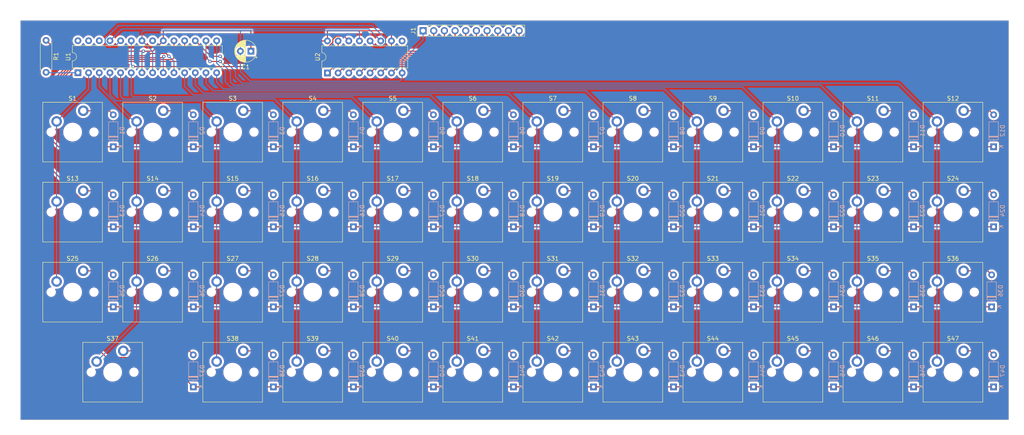
<source format=kicad_pcb>
(kicad_pcb (version 20221018) (generator pcbnew)
  (layers (0 "F.Cu" signal) (31 "B.Cu" signal) (34 "B.Paste" user) (35 "F.Paste" user) (36 "B.SilkS" user "B.Silkscreen") (37 "F.SilkS" user "F.Silkscreen") (38 "B.Mask" user) (39 "F.Mask" user) (44 "Edge.Cuts" user))
  (net 0 "")
  (net 1 "Row 1")
  (net 2 "Net-(D1-A)")
  (net 3 "Net-(D2-A)")
  (net 4 "Net-(D3-A)")
  (net 5 "Net-(D4-A)")
  (net 6 "Net-(D5-A)")
  (net 7 "Net-(D6-A)")
  (net 8 "Net-(D7-A)")
  (net 9 "Net-(D8-A)")
  (net 10 "Net-(D9-A)")
  (net 11 "Net-(D10-A)")
  (net 12 "Net-(D11-A)")
  (net 13 "Net-(D12-A)")
  (net 14 "Row 2")
  (net 15 "Net-(D13-A)")
  (net 16 "Net-(D14-A)")
  (net 17 "Net-(D15-A)")
  (net 18 "Net-(D16-A)")
  (net 19 "Net-(D17-A)")
  (net 20 "Net-(D18-A)")
  (net 21 "Net-(D19-A)")
  (net 22 "Net-(D20-A)")
  (net 23 "Net-(D21-A)")
  (net 24 "Net-(D22-A)")
  (net 25 "Net-(D23-A)")
  (net 26 "Net-(D24-A)")
  (net 27 "Row 3")
  (net 28 "Net-(D25-A)")
  (net 29 "Net-(D26-A)")
  (net 30 "Net-(D27-A)")
  (net 31 "Net-(D28-A)")
  (net 32 "Net-(D29-A)")
  (net 33 "Net-(D30-A)")
  (net 34 "Net-(D31-A)")
  (net 35 "Net-(D32-A)")
  (net 36 "Net-(D33-A)")
  (net 37 "Net-(D34-A)")
  (net 38 "Net-(D35-A)")
  (net 39 "Net-(D36-A)")
  (net 40 "Row 4")
  (net 41 "Net-(D37-A)")
  (net 42 "Net-(D38-A)")
  (net 43 "Net-(D39-A)")
  (net 44 "Net-(D40-A)")
  (net 45 "Net-(D41-A)")
  (net 46 "Net-(D42-A)")
  (net 47 "Net-(D43-A)")
  (net 48 "Net-(D44-A)")
  (net 49 "Net-(D45-A)")
  (net 50 "Net-(D46-A)")
  (net 51 "Net-(D47-A)")
  (net 52 "Column 1")
  (net 53 "Column 2")
  (net 54 "Column 3")
  (net 55 "Column 4")
  (net 56 "Column 5")
  (net 57 "Column 6")
  (net 58 "Column 7")
  (net 59 "Column 8")
  (net 60 "Column 9")
  (net 61 "Column 10")
  (net 62 "Column 11")
  (net 63 "Column 12")
  (net 64 "Vcc")
  (net 65 "gnd")
  (net 66 "Net-(J1-Pin_3)")
  (net 67 "Net-(J1-Pin_4)")
  (net 69 "Net-(J1-Pin_5)")
  (net 70 "Net-(J1-Pin_6)")
  (net 71 "Net-(J1-Pin_7)")
  (net 75 "Net-(J1-Pin_8)")
  (net 76 "Net-(J1-Pin_9)")
  (net 77 "Net-(J1-Pin_10)")
  (net 78 "Net-(U1-~{RESET}{slash}PC6)")
  (net 79 "Net-(U1-PC0)")
  (net 80 "Net-(U1-PC1)")
  (net 81 "Net-(U1-PC2)")
  (footprint "ScottoKeebs_MX:MX_PCB_1.00u" (layer "F.Cu") (at 101.365 89.38)
    (fp_text reference "S28")
    (fp_text value "Keyswitch")
  )
  (footprint "ScottoKeebs_MX:MX_PCB_1.00u" (layer "F.Cu") (at 158.515 70.33)
    (fp_text reference "S19")
    (fp_text value "Keyswitch")
  )
  (footprint "ScottoKeebs_MX:MX_PCB_1.00u" (layer "F.Cu") (at 253.765 51.28)
    (fp_text reference "S12")
    (fp_text value "Keyswitch")
  )
  (footprint "ScottoKeebs_MX:MX_PCB_1.00u" (layer "F.Cu") (at 82.315 89.38)
    (fp_text reference "S27")
    (fp_text value "Keyswitch")
  )
  (footprint "ScottoKeebs_MX:MX_PCB_1.00u" (layer "F.Cu") (at 234.715 89.38)
    (fp_text reference "S35")
    (fp_text value "Keyswitch")
  )
  (footprint "ScottoKeebs_MX:MX_PCB_1.00u" (layer "F.Cu") (at 215.665 51.28)
    (fp_text reference "S10")
    (fp_text value "Keyswitch")
  )
  (footprint "ScottoKeebs_MX:MX_PCB_1.00u" (layer "F.Cu") (at 234.715 51.28)
    (fp_text reference "S11")
    (fp_text value "Keyswitch")
  )
  (footprint "ScottoKeebs_MX:MX_PCB_1.00u" (layer "F.Cu") (at 101.365 108.43)
    (fp_text reference "S39")
    (fp_text value "Keyswitch")
  )
  (footprint "ScottoKeebs_MX:MX_PCB_1.00u" (layer "F.Cu") (at 101.365 70.33)
    (fp_text reference "S16")
    (fp_text value "Keyswitch")
  )
  (footprint "Capacitor_THT:CP_Radial_D5.0mm_P2.50mm" (layer "F.Cu") (at 86.655 32.025 180)
    (fp_text reference "C1")
    (fp_text value "C_Polarized_Small")
  )
  (footprint "Package_DIP:DIP-16_W7.62mm" (layer "F.Cu") (at 104.873751 37.2 90)
    (fp_text reference "U2")
    (fp_text value "74HC595")
  )
  (footprint "ScottoKeebs_MX:MX_PCB_1.00u" (layer "F.Cu") (at 234.715 108.43)
    (fp_text reference "S46")
    (fp_text value "Keyswitch")
  )
  (footprint "ScottoKeebs_MX:MX_PCB_1.00u" (layer "F.Cu") (at 101.365 51.28)
    (fp_text reference "S4")
    (fp_text value "Keyswitch")
  )
  (footprint "ScottoKeebs_MX:MX_PCB_1.00u" (layer "F.Cu") (at 215.665 70.33)
    (fp_text reference "S22")
    (fp_text value "Keyswitch")
  )
  (footprint "ScottoKeebs_MX:MX_PCB_1.00u" (layer "F.Cu") (at 120.415 51.28)
    (fp_text reference "S5")
    (fp_text value "Keyswitch")
  )
  (footprint "ScottoKeebs_MX:MX_PCB_1.00u" (layer "F.Cu") (at 82.315 51.28)
    (fp_text reference "S3")
    (fp_text value "Keyswitch")
  )
  (footprint "ScottoKeebs_MX:MX_PCB_1.00u" (layer "F.Cu") (at 139.465 51.28)
    (fp_text reference "S6")
    (fp_text value "Keyswitch")
  )
  (footprint "ScottoKeebs_MX:MX_PCB_1.00u" (layer "F.Cu") (at 196.615 70.33)
    (fp_text reference "S21")
    (fp_text value "Keyswitch")
  )
  (footprint "ScottoKeebs_MX:MX_PCB_1.00u" (layer "F.Cu") (at 44.215 70.33)
    (fp_text reference "S13")
    (fp_text value "Keyswitch")
  )
  (footprint "ScottoKeebs_MX:MX_PCB_1.00u" (layer "F.Cu") (at 196.615 89.38)
    (fp_text reference "S33")
    (fp_text value "Keyswitch")
  )
  (footprint "ScottoKeebs_MX:MX_PCB_1.00u" (layer "F.Cu") (at 196.615 51.28)
    (fp_text reference "S9")
    (fp_text value "Keyswitch")
  )
  (footprint "ScottoKeebs_MX:MX_PCB_1.00u" (layer "F.Cu") (at 177.565 70.33)
    (fp_text reference "S20")
    (fp_text value "Keyswitch")
  )
  (footprint "ScottoKeebs_MX:MX_PCB_1.00u" (layer "F.Cu") (at 44.215 89.38)
    (fp_text reference "S25")
    (fp_text value "Keyswitch")
  )
  (footprint "ScottoKeebs_MX:MX_PCB_1.00u" (layer "F.Cu") (at 158.515 108.43)
    (fp_text reference "S42")
    (fp_text value "Keyswitch")
  )
  (footprint "ScottoKeebs_MX:MX_PCB_1.00u" (layer "F.Cu") (at 253.765 108.43)
    (fp_text reference "S47")
    (fp_text value "Keyswitch")
  )
  (footprint "ScottoKeebs_MX:MX_PCB_1.00u" (layer "F.Cu") (at 63.265 89.38)
    (fp_text reference "S26")
    (fp_text value "Keyswitch")
  )
  (footprint "ScottoKeebs_MX:MX_PCB_1.00u" (layer "F.Cu") (at 177.565 108.43)
    (fp_text reference "S43")
    (fp_text value "Keyswitch")
  )
  (footprint "Package_DIP:DIP-28_W7.62mm" (layer "F.Cu") (at 45.485 37.15125 90)
    (fp_text reference "U1")
    (fp_text value "ATmega328P-P")
  )
  (footprint "ScottoKeebs_MX:MX_PCB_1.00u" (layer "F.Cu") (at 120.415 70.33)
    (fp_text reference "S17")
    (fp_text value "Keyswitch")
  )
  (footprint "ScottoKeebs_MX:MX_PCB_1.00u" (layer "F.Cu") (at 139.465 108.43)
    (fp_text reference "S41")
    (fp_text value "Keyswitch")
  )
  (footprint "Resistor_THT:R_Axial_DIN0207_L6.3mm_D2.5mm_P7.62mm_Horizontal" (layer "F.Cu") (at 37.905 29.43375 -90)
    (fp_text reference "R1")
    (fp_text value "Resistor")
  )
  (footprint "ScottoKeebs_MX:MX_PCB_1.00u" (layer "F.Cu") (at 177.565 51.28)
    (fp_text reference "S8")
    (fp_text value "Keyswitch")
  )
  (footprint "ScottoKeebs_MX:MX_PCB_1.00u" (layer "F.Cu") (at 158.515 51.28)
    (fp_text reference "S7")
    (fp_text value "Keyswitch")
  )
  (footprint "ScottoKeebs_MX:MX_PCB_1.00u" (layer "F.Cu") (at 215.665 108.43)
    (fp_text reference "S45")
    (fp_text value "Keyswitch")
  )
  (footprint "ScottoKeebs_MX:MX_PCB_1.00u" (layer "F.Cu") (at 234.715 70.33)
    (fp_text reference "S23")
    (fp_text value "Keyswitch")
  )
  (footprint "ScottoKeebs_MX:MX_PCB_1.00u" (layer "F.Cu") (at 158.515 89.38)
    (fp_text reference "S31")
    (fp_text value "Keyswitch")
  )
  (footprint "ScottoKeebs_MX:MX_PCB_2.00u" (layer "F.Cu") (at 53.74 108.43)
    (fp_text reference "S37")
    (fp_text value "Keyswitch")
  )
  (footprint "ScottoKeebs_MX:MX_PCB_1.00u" (layer "F.Cu") (at 139.465 89.38)
    (fp_text reference "S30")
    (fp_text value "Keyswitch")
  )
  (footprint "ScottoKeebs_MX:MX_PCB_1.00u" (layer "F.Cu") (at 120.415 108.43)
    (fp_text reference "S40")
    (fp_text value "Keyswitch")
  )
  (footprint "ScottoKeebs_MX:MX_PCB_1.00u" (layer "F.Cu") (at 177.565 89.38)
    (fp_text reference "S32")
    (fp_text value "Keyswitch")
  )
  (footprint "ScottoKeebs_MX:MX_PCB_1.00u" (layer "F.Cu") (at 253.765 70.33)
    (fp_text reference "S24")
    (fp_text value "Keyswitch")
  )
  (footprint "ScottoKeebs_MX:MX_PCB_1.00u" (layer "F.Cu") (at 82.315 70.33)
    (fp_text reference "S15")
    (fp_text value "Keyswitch")
  )
  (footprint "ScottoKeebs_MX:MX_PCB_1.00u" (layer "F.Cu") (at 82.315 108.43)
    (fp_text reference "S38")
    (fp_text value "Keyswitch")
  )
  (footprint "ScottoKeebs_MX:MX_PCB_1.00u" (layer "F.Cu") (at 196.615 108.43)
    (fp_text reference "S44")
    (fp_text value "Keyswitch")
  )
  (footprint "ScottoKeebs_MX:MX_PCB_1.00u" (layer "F.Cu") (at 215.665 89.38)
    (fp_text reference "S34")
    (fp_text value "Keyswitch")
  )
  (footprint "ScottoKeebs_MX:MX_PCB_1.00u" (layer "F.Cu") (at 120.415 89.38)
    (fp_text reference "S29")
    (fp_text value "Keyswitch")
  )
  (footprint "ScottoKeebs_MX:MX_PCB_1.00u" (layer "F.Cu") (at 139.465 70.33)
    (fp_text reference "S18")
    (fp_text value "Keyswitch")
  )
  (footprint "ScottoKeebs_MX:MX_PCB_1.00u" (layer "F.Cu") (at 63.265 70.33)
    (fp_text reference "S14")
    (fp_text value "Keyswitch")
  )
  (footprint "ScottoKeebs_MX:MX_PCB_1.00u" (layer "F.Cu") (at 63.265 51.28)
    (fp_text reference "S2")
    (fp_text value "Keyswitch")
  )
  (footprint "ScottoKeebs_MX:MX_PCB_1.00u" (layer "F.Cu") (at 253.765 89.38)
    (fp_text reference "S36")
    (fp_text value "Keyswitch")
  )
  (footprint "Connector_PinHeader_2.54mm:PinHeader_1x10_P2.54mm_Vertical" (layer "F.Cu") (at 127.63625 27.15 90)
    (fp_text reference "J1")
    (fp_text value "Conn_01x10")
  )
  (footprint "ScottoKeebs_MX:MX_PCB_1.00u" (layer "F.Cu") (at 44.215 51.28)
    (fp_text reference "S1")
    (fp_text value "Keyswitch")
  )
  (footprint "ScottoKeebs_Components:Diode_DO-35" (layer "B.Cu") (at 244.39875 54.7725 90)
    (fp_text reference "D11")
    (fp_text value "Diode")
  )
  (footprint "ScottoKeebs_Components:Diode_DO-35" (layer "B.Cu") (at 225.34875 92.8725 90)
    (fp_text reference "D34")
    (fp_text value "Diode")
  )
  (footprint "ScottoKeebs_Components:Diode_DO-35" (layer "B.Cu") (at 111.04875 54.7725 90)
    (fp_text reference "D4")
    (fp_text value "Diode")
  )
  (footprint "ScottoKeebs_Components:Diode_DO-35" (layer "B.Cu") (at 91.99875 111.9225 90)
    (fp_text reference "D38")
    (fp_text value "Diode")
  )
  (footprint "ScottoKeebs_Components:Diode_DO-35" (layer "B.Cu") (at 168.19875 111.9225 90)
    (fp_text reference "D42")
    (fp_text value "Diode")
  )
  (footprint "ScottoKeebs_Components:Diode_DO-35" (layer "B.Cu") (at 244.39875 111.9225 90)
    (fp_text reference "D46")
    (fp_text value "Diode")
  )
  (footprint "ScottoKeebs_Components:Diode_DO-35" (layer "B.Cu") (at 91.99875 54.7725 90)
    (fp_text reference "D3")
    (fp_text value "Diode")
  )
  (footprint "ScottoKeebs_Components:Diode_DO-35" (layer "B.Cu") (at 206.29875 73.8225 90)
    (fp_text reference "D21")
    (fp_text value "Diode")
  )
  (footprint "ScottoKeebs_Components:Diode_DO-35" (layer "B.Cu") (at 72.94875 54.7725 90)
    (fp_text reference "D2")
    (fp_text value "Diode")
  )
  (footprint "ScottoKeebs_Components:Diode_DO-35" (layer "B.Cu") (at 168.19875 92.8725 90)
    (fp_text reference "D31")
    (fp_text value "Diode")
  )
  (footprint "ScottoKeebs_Components:Diode_DO-35" (layer "B.Cu") (at 53.89875 73.8225 90)
    (fp_text reference "D13")
    (fp_text value "Diode")
  )
  (footprint "ScottoKeebs_Components:Diode_DO-35" (layer "B.Cu") (at 53.89875 54.7725 90)
    (fp_text reference "D1")
    (fp_text value "Diode")
  )
  (footprint "ScottoKeebs_Components:Diode_DO-35" (layer "B.Cu") (at 262.9725 92.8725 90)
    (fp_text reference "D36")
    (fp_text value "Diode")
  )
  (footprint "ScottoKeebs_Components:Diode_DO-35" (layer "B.Cu") (at 187.24875 54.7725 90)
    (fp_text reference "D8")
    (fp_text value "Diode")
  )
  (footprint "ScottoKeebs_Components:Diode_DO-35" (layer "B.Cu") (at 168.19875 73.8225 90)
    (fp_text reference "D19")
    (fp_text value "Diode")
  )
  (footprint "ScottoKeebs_Components:Diode_DO-35" (layer "B.Cu") (at 225.34875 54.7725 90)
    (fp_text reference "D10")
    (fp_text value "Diode")
  )
  (footprint "ScottoKeebs_Components:Diode_DO-35" (layer "B.Cu") (at 130.09875 92.8725 90)
    (fp_text reference "D29")
    (fp_text value "Diode")
  )
  (footprint "ScottoKeebs_Components:Diode_DO-35" (layer "B.Cu") (at 206.29875 54.7725 90)
    (fp_text reference "D9")
    (fp_text value "Diode")
  )
  (footprint "ScottoKeebs_Components:Diode_DO-35" (layer "B.Cu") (at 187.24875 111.9225 90)
    (fp_text reference "D43")
    (fp_text value "Diode")
  )
  (footprint "ScottoKeebs_Components:Diode_DO-35" (layer "B.Cu") (at 91.99875 92.8725 90)
    (fp_text reference "D27")
    (fp_text value "Diode")
  )
  (footprint "ScottoKeebs_Components:Diode_DO-35" (layer "B.Cu") (at 130.09875 73.8225 90)
    (fp_text reference "D17")
    (fp_text value "Diode")
  )
  (footprint "ScottoKeebs_Components:Diode_DO-35" (layer "B.Cu") (at 206.29875 111.9225 90)
    (fp_text reference "D44")
    (fp_text value "Diode")
  )
  (footprint "ScottoKeebs_Components:Diode_DO-35" (layer "B.Cu") (at 111.04875 111.9225 90)
    (fp_text reference "D39")
    (fp_text value "Diode")
  )
  (footprint "ScottoKeebs_Components:Diode_DO-35" (layer "B.Cu") (at 111.04875 73.8225 90)
    (fp_text reference "D16")
    (fp_text value "Diode")
  )
  (footprint "ScottoKeebs_Components:Diode_DO-35" (layer "B.Cu") (at 72.94875 92.8725 90)
    (fp_text reference "D26")
    (fp_text value "Diode")
  )
  (footprint "ScottoKeebs_Components:Diode_DO-35" (layer "B.Cu") (at 263.44875 54.7725 90)
    (fp_text reference "D12")
    (fp_text value "Diode")
  )
  (footprint "ScottoKeebs_Components:Diode_DO-35" (layer "B.Cu") (at 225.34875 73.8225 90)
    (fp_text reference "D22")
    (fp_text value "Diode")
  )
  (footprint "ScottoKeebs_Components:Diode_DO-35" (layer "B.Cu") (at 225.34875 111.9225 90)
    (fp_text reference "D45")
    (fp_text value "Diode")
  )
  (footprint "ScottoKeebs_Components:Diode_DO-35" (layer "B.Cu") (at 111.04875 92.8725 90)
    (fp_text reference "D28")
    (fp_text value "Diode")
  )
  (footprint "ScottoKeebs_Components:Diode_DO-35" (layer "B.Cu") (at 168.19875 54.7725 90)
    (fp_text reference "D7")
    (fp_text value "Diode")
  )
  (footprint "ScottoKeebs_Components:Diode_DO-35" (layer "B.Cu") (at 53.89875 92.8725 90)
    (fp_text reference "D25")
    (fp_text value "Diode")
  )
  (footprint "ScottoKeebs_Components:Diode_DO-35" (layer "B.Cu") (at 130.09875 54.7725 90)
    (fp_text reference "D5")
    (fp_text value "Diode")
  )
  (footprint "ScottoKeebs_Components:Diode_DO-35" (layer "B.Cu") (at 72.94875 73.8225 90)
    (fp_text reference "D14")
    (fp_text value "Diode")
  )
  (footprint "ScottoKeebs_Components:Diode_DO-35" (layer "B.Cu") (at 263.44875 73.8225 90)
    (fp_text reference "D24")
    (fp_text value "Diode")
  )
  (footprint "ScottoKeebs_Components:Diode_DO-35" (layer "B.Cu") (at 263.44875 111.9225 90)
    (fp_text reference "D47")
    (fp_text value "Diode")
  )
  (footprint "ScottoKeebs_Components:Diode_DO-35" (layer "B.Cu") (at 130.09875 111.9225 90)
    (fp_text reference "D40")
    (fp_text value "Diode")
  )
  (footprint "ScottoKeebs_Components:Diode_DO-35" (layer "B.Cu") (at 187.24875 92.8725 90)
    (fp_text reference "D32")
    (fp_text value "Diode")
  )
  (footprint "ScottoKeebs_Components:Diode_DO-35" (layer "B.Cu") (at 91.99875 73.8225 90)
    (fp_text reference "D15")
    (fp_text value "Diode")
  )
  (footprint "ScottoKeebs_Components:Diode_DO-35" (layer "B.Cu") (at 72.94875 111.9225 90)
    (fp_text reference "D37")
    (fp_text value "Diode")
  )
  (footprint "ScottoKeebs_Components:Diode_DO-35" (layer "B.Cu") (at 149.14875 54.7725 90)
    (fp_text reference "D6")
    (fp_text value "Diode")
  )
  (footprint "ScottoKeebs_Components:Diode_DO-35" (layer "B.Cu") (at 187.24875 73.8225 90)
    (fp_text reference "D20")
    (fp_text value "Diode")
  )
  (footprint "ScottoKeebs_Components:Diode_DO-35" (layer "B.Cu") (at 244.39875 92.8725 90)
    (fp_text reference "D35")
    (fp_text value "Diode")
  )
  (footprint "ScottoKeebs_Components:Diode_DO-35" (layer "B.Cu") (at 149.14875 92.8725 90)
    (fp_text reference "D30")
    (fp_text value "Diode")
  )
  (footprint "ScottoKeebs_Components:Diode_DO-35" (layer "B.Cu") (at 149.14875 111.9225 90)
    (fp_text reference "D41")
    (fp_text value "Diode")
  )
  (footprint "ScottoKeebs_Components:Diode_DO-35" (layer "B.Cu") (at 149.14875 73.8225 90)
    (fp_text reference "D18")
    (fp_text value "Diode")
  )
  (footprint "ScottoKeebs_Components:Diode_DO-35" (layer "B.Cu") (at 206.29875 92.8725 90)
    (fp_text reference "D33")
    (fp_text value "Diode")
  )
  (footprint "ScottoKeebs_Components:Diode_DO-35" (layer "B.Cu") (at 244.39875 73.8225 90)
    (fp_text reference "D23")
    (fp_text value "Diode")
  )
  (gr_rect (start 31.81125 24.7125) (end 267.03 119.775) (stroke (width 0.1)) (fill none) (layer "Edge.Cuts"))
  (gr_text "Amethyst32" (at 167.0925 28.36875) (layer "F.Cu") (effects (font (size 1.5 1.5) (thickness 0.3) bold)))
  (gr_text "Version 1.0" (at 167.0925 30.80625) (layer "F.Cu") (effects (font (size 1.5 1.5) (thickness 0.3) bold)))
  (gr_text "Daniel Kropopek" (at 168.31125 33.24375) (layer "F.Cu") (effects (font (size 1.5 1.5) (thickness 0.3) bold)))
  (segment (start 45.92375 34.4625) (end 70.81125 34.4625) (width 0.25) (layer "F.Cu") (net 1))
  (segment (start 53.89875 54.7725) (end 263.44875 54.7725) (width 0.25) (layer "F.Cu") (net 1))
  (segment (start 37.885 51.797767) (end 37.885 42.50125) (width 0.25) (layer "F.Cu") (net 1))
  (segment (start 40.859733 54.7725) (end 37.885 51.797767) (width 0.25) (layer "F.Cu") (net 1))
  (segment (start 37.885 42.50125) (end 45.92375 34.4625) (width 0.25) (layer "F.Cu") (net 1))
  (segment (start 70.885 34.38875) (end 70.885 29.53125) (width 0.25) (layer "F.Cu") (net 1))
  (segment (start 70.81125 34.4625) (end 70.885 34.38875) (width 0.25) (layer "F.Cu") (net 1))
  (segment (start 53.89875 54.7725) (end 40.859733 54.7725) (width 0.25) (layer "F.Cu") (net 1))
  (segment (start 52.94625 46.2) (end 53.89875 47.1525) (width 0.25) (layer "F.Cu") (net 2))
  (segment (start 46.755 46.2) (end 52.94625 46.2) (width 0.25) (layer "F.Cu") (net 2))
  (segment (start 71.99625 46.2) (end 72.94875 47.1525) (width 0.25) (layer "F.Cu") (net 3))
  (segment (start 65.805 46.2) (end 71.99625 46.2) (width 0.25) (layer "F.Cu") (net 3))
  (segment (start 84.855 46.2) (end 91.04625 46.2) (width 0.25) (layer "F.Cu") (net 4))
  (segment (start 91.04625 46.2) (end 91.99875 47.1525) (width 0.25) (layer "F.Cu") (net 4))
  (segment (start 103.905 46.2) (end 110.09625 46.2) (width 0.25) (layer "F.Cu") (net 5))
  (segment (start 110.09625 46.2) (end 111.04875 47.1525) (width 0.25) (layer "F.Cu") (net 5))
  (segment (start 122.955 46.2) (end 129.14625 46.2) (width 0.25) (layer "F.Cu") (net 6))
  (segment (start 129.14625 46.2) (end 130.09875 47.1525) (width 0.25) (layer "F.Cu") (net 6))
  (segment (start 142.005 46.2) (end 148.19625 46.2) (width 0.25) (layer "F.Cu") (net 7))
  (segment (start 148.19625 46.2) (end 149.14875 47.1525) (width 0.25) (layer "F.Cu") (net 7))
  (segment (start 161.055 46.2) (end 167.24625 46.2) (width 0.25) (layer "F.Cu") (net 8))
  (segment (start 167.24625 46.2) (end 168.19875 47.1525) (width 0.25) (layer "F.Cu") (net 8))
  (segment (start 186.29625 46.2) (end 187.24875 47.1525) (width 0.25) (layer "F.Cu") (net 9))
  (segment (start 180.105 46.2) (end 186.29625 46.2) (width 0.25) (layer "F.Cu") (net 9))
  (segment (start 199.155 46.2) (end 205.34625 46.2) (width 0.25) (layer "F.Cu") (net 10))
  (segment (start 205.34625 46.2) (end 206.29875 47.1525) (width 0.25) (layer "F.Cu") (net 10))
  (segment (start 224.39625 46.2) (end 225.34875 47.1525) (width 0.25) (layer "F.Cu") (net 11))
  (segment (start 218.205 46.2) (end 224.39625 46.2) (width 0.25) (layer "F.Cu") (net 11))
  (segment (start 237.255 46.2) (end 243.44625 46.2) (width 0.25) (layer "F.Cu") (net 12))
  (segment (start 243.44625 46.2) (end 244.39875 47.1525) (width 0.25) (layer "F.Cu") (net 12))
  (segment (start 256.305 46.2) (end 262.49625 46.2) (width 0.25) (layer "F.Cu") (net 13))
  (segment (start 262.49625 46.2) (end 263.44875 47.1525) (width 0.25) (layer "F.Cu") (net 13))
  (segment (start 53.89875 73.8225) (end 50.4525 73.8225) (width 0.25) (layer "F.Cu") (net 14))
  (segment (start 46.59 69.96) (end 46.59 67.5225) (width 0.25) (layer "F.Cu") (net 14))
  (segment (start 46.59 67.5225) (end 37.435 58.3675) (width 0.25) (layer "F.Cu") (net 14))
  (segment (start 37.435 42.314854) (end 45.737354 34.0125) (width 0.25) (layer "F.Cu") (net 14))
  (segment (start 67.92375 34.0125) (end 68.345 33.59125) (width 0.25) (layer "F.Cu") (net 14))
  (segment (start 263.44875 73.8225) (end 53.89875 73.8225) (width 0.25) (layer "F.Cu") (net 14))
  (segment (start 45.737354 34.0125) (end 67.92375 34.0125) (width 0.25) (layer "F.Cu") (net 14))
  (segment (start 37.435 58.3675) (end 37.435 42.314854) (width 0.25) (layer "F.Cu") (net 14))
  (segment (start 68.345 33.59125) (end 68.345 29.53125) (width 0.25) (layer "F.Cu") (net 14))
  (segment (start 50.4525 73.8225) (end 46.59 69.96) (width 0.25) (layer "F.Cu") (net 14))
  (segment (start 46.755 65.25) (end 52.94625 65.25) (width 0.25) (layer "F.Cu") (net 15))
  (segment (start 52.94625 65.25) (end 53.89875 66.2025) (width 0.25) (layer "F.Cu") (net 15))
  (segment (start 65.805 65.25) (end 71.99625 65.25) (width 0.25) (layer "F.Cu") (net 16))
  (segment (start 71.99625 65.25) (end 72.94875 66.2025) (width 0.25) (layer "F.Cu") (net 16))
  (segment (start 84.855 65.25) (end 91.04625 65.25) (width 0.25) (layer "F.Cu") (net 17))
  (segment (start 91.04625 65.25) (end 91.99875 66.2025) (width 0.25) (layer "F.Cu") (net 17))
  (segment (start 103.905 65.25) (end 110.09625 65.25) (width 0.25) (layer "F.Cu") (net 18))
  (segment (start 110.09625 65.25) (end 111.04875 66.2025) (width 0.25) (layer "F.Cu") (net 18))
  (segment (start 129.14625 65.25) (end 130.09875 66.2025) (width 0.25) (layer "F.Cu") (net 19))
  (segment (start 122.955 65.25) (end 129.14625 65.25) (width 0.25) (layer "F.Cu") (net 19))
  (segment (start 142.005 65.25) (end 148.19625 65.25) (width 0.25) (layer "F.Cu") (net 20))
  (segment (start 148.19625 65.25) (end 149.14875 66.2025) (width 0.25) (layer "F.Cu") (net 20))
  (segment (start 167.24625 65.25) (end 168.19875 66.2025) (width 0.25) (layer "F.Cu") (net 21))
  (segment (start 161.055 65.25) (end 167.24625 65.25) (width 0.25) (layer "F.Cu") (net 21))
  (segment (start 180.105 65.25) (end 186.29625 65.25) (width 0.25) (layer "F.Cu") (net 22))
  (segment (start 186.29625 65.25) (end 187.24875 66.2025) (width 0.25) (layer "F.Cu") (net 22))
  (segment (start 205.34625 65.25) (end 206.29875 66.2025) (width 0.25) (layer "F.Cu") (net 23))
  (segment (start 199.155 65.25) (end 205.34625 65.25) (width 0.25) (layer "F.Cu") (net 23))
  (segment (start 224.39625 65.25) (end 225.34875 66.2025) (width 0.25) (layer "F.Cu") (net 24))
  (segment (start 218.205 65.25) (end 224.39625 65.25) (width 0.25) (layer "F.Cu") (net 24))
  (segment (start 237.255 65.25) (end 243.44625 65.25) (width 0.25) (layer "F.Cu") (net 25))
  (segment (start 243.44625 65.25) (end 244.39875 66.2025) (width 0.25) (layer "F.Cu") (net 25))
  (segment (start 262.49625 65.25) (end 263.44875 66.2025) (width 0.25) (layer "F.Cu") (net 26))
  (segment (start 256.305 65.25) (end 262.49625 65.25) (width 0.25) (layer "F.Cu") (net 26))
  (segment (start 45.550958 33.5625) (end 65.93625 33.5625) (width 0.25) (layer "F.Cu") (net 27))
  (segment (start 40.859733 92.8725) (end 36.985 88.997767) (width 0.25) (layer "F.Cu") (net 27))
  (segment (start 53.89875 92.8725) (end 40.859733 92.8725) (width 0.25) (layer "F.Cu") (net 27))
  (segment (start 36.985 42.128458) (end 45.550958 33.5625) (width 0.25) (layer "F.Cu") (net 27))
  (segment (start 53.89875 92.8725) (end 262.9725 92.8725) (width 0.25) (layer "F.Cu") (net 27))
  (segment (start 36.985 88.997767) (end 36.985 42.128458) (width 0.25) (layer "F.Cu") (net 27))
  (segment (start 65.93625 33.5625) (end 65.93625 33.2875) (width 0.25) (layer "F.Cu") (net 27))
  (via (at 65.93625 33.2875) (size 0.8) (drill 0.4) (layers "F.Cu" "B.Cu") (net 27))
  (segment (start 65.93625 33.2875) (end 65.805 33.41875) (width 0.25) (layer "B.Cu") (net 27))
  (segment (start 65.805 33.41875) (end 65.805 37.15125) (width 0.25) (layer "B.Cu") (net 27))
  (segment (start 46.755 84.3) (end 52.94625 84.3) (width 0.25) (layer "F.Cu") (net 28))
  (segment (start 52.94625 84.3) (end 53.89875 85.2525) (width 0.25) (layer "F.Cu") (net 28))
  (segment (start 71.99625 84.3) (end 72.94875 85.2525) (width 0.25) (layer "F.Cu") (net 29))
  (segment (start 65.805 84.3) (end 71.99625 84.3) (width 0.25) (layer "F.Cu") (net 29))
  (segment (start 91.04625 84.3) (end 91.99875 85.2525) (width 0.25) (layer "F.Cu") (net 30))
  (segment (start 84.855 84.3) (end 91.04625 84.3) (width 0.25) (layer "F.Cu") (net 30))
  (segment (start 103.905 84.3) (end 110.09625 84.3) (width 0.25) (layer "F.Cu") (net 31))
  (segment (start 110.09625 84.3) (end 111.04875 85.2525) (width 0.25) (layer "F.Cu") (net 31))
  (segment (start 122.955 84.3) (end 129.14625 84.3) (width 0.25) (layer "F.Cu") (net 32))
  (segment (start 129.14625 84.3) (end 130.09875 85.2525) (width 0.25) (layer "F.Cu") (net 32))
  (segment (start 148.19625 84.3) (end 149.14875 85.2525) (width 0.25) (layer "F.Cu") (net 33))
  (segment (start 142.005 84.3) (end 148.19625 84.3) (width 0.25) (layer "F.Cu") (net 33))
  (segment (start 161.055 84.3) (end 167.24625 84.3) (width 0.25) (layer "F.Cu") (net 34))
  (segment (start 167.24625 84.3) (end 168.19875 85.2525) (width 0.25) (layer "F.Cu") (net 34))
  (segment (start 186.29625 84.3) (end 187.24875 85.2525) (width 0.25) (layer "F.Cu") (net 35))
  (segment (start 180.105 84.3) (end 186.29625 84.3) (width 0.25) (layer "F.Cu") (net 35))
  (segment (start 205.34625 84.3) (end 206.29875 85.2525) (width 0.25) (layer "F.Cu") (net 36))
  (segment (start 199.155 84.3) (end 205.34625 84.3) (width 0.25) (layer "F.Cu") (net 36))
  (segment (start 218.205 84.3) (end 224.39625 84.3) (width 0.25) (layer "F.Cu") (net 37))
  (segment (start 224.39625 84.3) (end 225.34875 85.2525) (width 0.25) (layer "F.Cu") (net 37))
  (segment (start 243.44625 84.3) (end 244.39875 85.2525) (width 0.25) (layer "F.Cu") (net 38))
  (segment (start 237.255 84.3) (end 243.44625 84.3) (width 0.25) (layer "F.Cu") (net 38))
  (segment (start 262.02 84.3) (end 262.9725 85.2525) (width 0.25) (layer "F.Cu") (net 39))
  (segment (start 256.305 84.3) (end 262.02 84.3) (width 0.25) (layer "F.Cu") (net 39))
  (segment (start 36.535 89.184163) (end 36.535 41.92625) (width 0.25) (layer "F.Cu") (net 40))
  (segment (start 72.94875 111.9225) (end 263.44875 111.9225) (width 0.25) (layer "F.Cu") (net 40))
  (segment (start 72.94875 111.9225) (end 65.95125 104.925) (width 0.25) (layer "F.Cu") (net 40))
  (segment (start 36.535 41.92625) (end 45.34875 33.1125) (width 0.25) (layer "F.Cu") (net 40))
  (segment (start 65.95125 104.925) (end 52.275837 104.925) (width 0.25) (layer "F.Cu") (net 40))
  (segment (start 62.28 33.1125) (end 62.83 32.5625) (width 0.25) (layer "F.Cu") (net 40))
  (segment (start 52.275837 104.925) (end 36.535 89.184163) (width 0.25) (layer "F.Cu") (net 40))
  (segment (start 62.83 32.5625) (end 66.47375 32.5625) (width 0.25) (layer "F.Cu") (net 40))
  (segment (start 66.47375 32.5625) (end 67.155 33.24375) (width 0.25) (layer "F.Cu") (net 40))
  (segment (start 45.34875 33.1125) (end 62.28 33.1125) (width 0.25) (layer "F.Cu") (net 40))
  (via (at 67.155 33.24375) (size 0.8) (drill 0.4) (layers "F.Cu" "B.Cu") (net 40))
  (segment (start 67.155 33.24375) (end 68.345 34.43375) (width 0.25) (layer "B.Cu") (net 40))
  (segment (start 68.345 34.43375) (end 68.345 37.15125) (width 0.25) (layer "B.Cu") (net 40))
  (segment (start 56.28 103.35) (end 71.99625 103.35) (width 0.25) (layer "F.Cu") (net 41))
  (segment (start 71.99625 103.35) (end 72.94875 104.3025) (width 0.25) (layer "F.Cu") (net 41))
  (segment (start 84.855 103.35) (end 91.04625 103.35) (width 0.25) (layer "F.Cu") (net 42))
  (segment (start 91.04625 103.35) (end 91.99875 104.3025) (width 0.25) (layer "F.Cu") (net 42))
  (segment (start 103.905 103.35) (end 110.09625 103.35) (width 0.25) (layer "F.Cu") (net 43))
  (segment (start 110.09625 103.35) (end 111.04875 104.3025) (width 0.25) (layer "F.Cu") (net 43))
  (segment (start 129.14625 103.35) (end 130.09875 104.3025) (width 0.25) (layer "F.Cu") (net 44))
  (segment (start 122.955 103.35) (end 129.14625 103.35) (width 0.25) (layer "F.Cu") (net 44))
  (segment (start 142.005 103.35) (end 148.19625 103.35) (width 0.25) (layer "F.Cu") (net 45))
  (segment (start 148.19625 103.35) (end 149.14875 104.3025) (width 0.25) (layer "F.Cu") (net 45))
  (segment (start 167.24625 103.35) (end 168.19875 104.3025) (width 0.25) (layer "F.Cu") (net 46))
  (segment (start 161.055 103.35) (end 167.24625 103.35) (width 0.25) (layer "F.Cu") (net 46))
  (segment (start 180.105 103.35) (end 186.29625 103.35) (width 0.25) (layer "F.Cu") (net 47))
  (segment (start 186.29625 103.35) (end 187.24875 104.3025) (width 0.25) (layer "F.Cu") (net 47))
  (segment (start 205.34625 103.35) (end 206.29875 104.3025) (width 0.25) (layer "F.Cu") (net 48))
  (segment (start 199.155 103.35) (end 205.34625 103.35) (width 0.25) (layer "F.Cu") (net 48))
  (segment (start 224.39625 103.35) (end 225.34875 104.3025) (width 0.25) (layer "F.Cu") (net 49))
  (segment (start 218.205 103.35) (end 224.39625 103.35) (width 0.25) (layer "F.Cu") (net 49))
  (segment (start 243.44625 103.35) (end 244.39875 104.3025) (width 0.25) (layer "F.Cu") (net 50))
  (segment (start 237.255 103.35) (end 243.44625 103.35) (width 0.25) (layer "F.Cu") (net 50))
  (segment (start 262.49625 103.35) (end 263.44875 104.3025) (width 0.25) (layer "F.Cu") (net 51))
  (segment (start 256.305 103.35) (end 262.49625 103.35) (width 0.25) (layer "F.Cu") (net 51))
  (segment (start 40.405 48.74) (end 40.405 86.84) (width 0.25) (layer "B.Cu") (net 52))
  (segment (start 48.025 37.15125) (end 48.025 41.12) (width 0.25) (layer "B.Cu") (net 52))
  (segment (start 48.025 41.12) (end 40.405 48.74) (width 0.25) (layer "B.Cu") (net 52))
  (segment (start 59.435 86.86) (end 59.435 96.385) (width 0.25) (layer "B.Cu") (net 53))
  (segment (start 58.82 48.74) (end 59.455 48.74) (width 0.25) (layer "B.Cu") (net 53))
  (segment (start 50.565 37.15125) (end 50.565 40.485) (width 0.25) (layer "B.Cu") (net 53))
  (segment (start 50.565 40.485) (end 58.82 48.74) (width 0.25) (layer "B.Cu") (net 53))
  (segment (start 59.435 96.385) (end 49.93 105.89) (width 0.25) (layer "B.Cu") (net 53))
  (segment (start 59.455 86.84) (end 59.435 86.86) (width 0.25) (layer "B.Cu") (net 53))
  (segment (start 59.455 48.74) (end 59.455 86.84) (width 0.25) (layer "B.Cu") (net 53))
  (segment (start 75.33 45.565) (end 78.505 48.74) (width 0.25) (layer "B.Cu") (net 54))
  (segment (start 78.505 48.74) (end 78.505 86.84) (width 0.25) (layer "B.Cu") (net 54))
  (segment (start 75.33 43.81875) (end 75.33 45.565) (width 0.25) (layer "B.Cu") (net 54))
  (segment (start 54.535146 43.81875) (end 75.33 43.81875) (width 0.25) (layer "B.Cu") (net 54))
  (segment (start 53.105 42.388604) (end 54.535146 43.81875) (width 0.25) (layer "B.Cu") (net 54))
  (segment (start 53.105 37.15125) (end 53.105 42.388604) (width 0.25) (layer "B.Cu") (net 54))
  (segment (start 78.505 86.84) (end 78.505 105.89) (width 0.25) (layer "B.Cu") (net 54))
  (segment (start 92.18375 43.36875) (end 97.555 48.74) (width 0.25) (layer "B.Cu") (net 55))
  (segment (start 97.555 48.74) (end 97.555 105.89) (width 0.25) (layer "B.Cu") (net 55))
  (segment (start 56.28 43.36875) (end 92.18375 43.36875) (width 0.25) (layer "B.Cu") (net 55))
  (segment (start 55.645 42.73375) (end 56.28 43.36875) (width 0.25) (layer "B.Cu") (net 55))
  (segment (start 55.645 37.15125) (end 55.645 42.73375) (width 0.25) (layer "B.Cu") (net 55))
  (segment (start 58.185 37.15125) (end 58.185 42.4425) (width 0.25) (layer "B.Cu") (net 56))
  (segment (start 110.78375 42.91875) (end 116.605 48.74) (width 0.25) (layer "B.Cu") (net 56))
  (segment (start 116.605 48.74) (end 116.605 105.89) (width 0.25) (layer "B.Cu") (net 56))
  (segment (start 58.185 42.4425) (end 58.66125 42.91875) (width 0.25) (layer "B.Cu") (net 56))
  (segment (start 58.66125 42.91875) (end 110.78375 42.91875) (width 0.25) (layer "B.Cu") (net 56))
  (segment (start 72.94875 42.46875) (end 129.38375 42.46875) (width 0.25) (layer "B.Cu") (net 57))
  (segment (start 70.885 37.15125) (end 70.885 40.405) (width 0.25) (layer "B.Cu") (net 57))
  (segment (start 135.655 48.74) (end 135.655 105.89) (width 0.25) (layer "B.Cu") (net 57))
  (segment (start 129.38375 42.46875) (end 135.655 48.74) (width 0.25) (layer "B.Cu") (net 57))
  (segment (start 70.885 40.405) (end 72.94875 42.46875) (width 0.25) (layer "B.Cu") (net 57))
  (segment (start 75.33 42.01875) (end 147.98375 42.01875) (width 0.25) (layer "B.Cu") (net 58))
  (segment (start 73.425 37.15125) (end 73.425 40.11375) (width 0.25) (layer "B.Cu") (net 58))
  (segment (start 73.425 40.11375) (end 75.33 42.01875) (width 0.25) (layer "B.Cu") (net 58))
  (segment (start 147.98375 42.01875) (end 154.705 48.74) (width 0.25) (layer "B.Cu") (net 58))
  (segment (start 154.705 48.74) (end 154.705 105.89) (width 0.25) (layer "B.Cu") (net 58))
  (segment (start 77.71125 41.4375) (end 166.4525 41.4375) (width 0.25) (layer "B.Cu") (net 59))
  (segment (start 173.755 48.74) (end 173.755 105.89) (width 0.25) (layer "B.Cu") (net 59))
  (segment (start 75.965 37.15125) (end 75.965 39.69125) (width 0.25) (layer "B.Cu") (net 59))
  (segment (start 75.965 39.69125) (end 77.71125 41.4375) (width 0.25) (layer "B.Cu") (net 59))
  (segment (start 166.4525 41.4375) (end 173.755 48.74) (width 0.25) (layer "B.Cu") (net 59))
  (segment (start 192.805 48.74) (end 192.805 105.89) (width 0.25) (layer "B.Cu") (net 60))
  (segment (start 78.505 39.4) (end 80.0925 40.9875) (width 0.25) (layer "B.Cu") (net 60))
  (segment (start 185.0525 40.9875) (end 192.805 48.74) (width 0.25) (layer "B.Cu") (net 60))
  (segment (start 80.0925 40.9875) (end 185.0525 40.9875) (width 0.25) (layer "B.Cu") (net 60))
  (segment (start 78.505 37.15125) (end 78.505 39.4) (width 0.25) (layer "B.Cu") (net 60))
  (segment (start 203.6525 40.5375) (end 81.76125 40.5375) (width 0.25) (layer "B.Cu") (net 61))
  (segment (start 211.855 48.74) (end 203.6525 40.5375) (width 0.25) (layer "B.Cu") (net 61))
  (segment (start 81.76125 40.5375) (end 80.56125 39.3375) (width 0.25) (layer "B.Cu") (net 61))
  (segment (start 80.56125 39.3375) (end 80.56125 36.9) (width 0.25) (layer "B.Cu") (net 61))
  (segment (start 80.56125 36.9) (end 78.505 34.84375) (width 0.25) (layer "B.Cu") (net 61))
  (segment (start 211.855 48.74) (end 211.855 105.89) (width 0.25) (layer "B.Cu") (net 61))
  (segment (start 78.505 34.84375) (end 78.505 29.53125) (width 0.25) (layer "B.Cu") (net 61))
  (segment (start 79.3425 34.4625) (end 76.905 34.4625) (width 0.25) (layer "F.Cu") (net 62))
  (via (at 76.905 34.4625) (size 0.8) (drill 0.4) (layers "F.Cu" "B.Cu") (net 62))
  (via (at 79.3425 34.4625) (size 0.8) (drill 0.4) (layers "F.Cu" "B.Cu") (net 62))
  (segment (start 230.905 48.74) (end 230.905 105.89) (width 0.25) (layer "B.Cu") (net 62))
  (segment (start 222.2525 40.0875) (end 82.53 40.0875) (width 0.25) (layer "B.Cu") (net 62))
  (segment (start 81.78 39.3375) (end 81.78 36.9) (width 0.25) (layer "B.Cu") (net 62))
  (segment (start 75.965 33.5225) (end 75.965 29.53125) (width 0.25) (layer "B.Cu") (net 62))
  (segment (start 81.78 36.9) (end 79.3425 34.4625) (width 0.25) (layer "B.Cu") (net 62))
  (segment (start 230.905 48.74) (end 222.2525 40.0875) (width 0.25) (layer "B.Cu") (net 62))
  (segment (start 82.53 40.0875) (end 81.78 39.3375) (width 0.25) (layer "B.Cu") (net 62))
  (segment (start 76.905 34.4625) (end 75.965 33.5225) (width 0.25) (layer "B.Cu") (net 62))
  (segment (start 73.425 29.53125) (end 77.1375 33.24375) (width 0.25) (layer "F.Cu") (net 63))
  (segment (start 77.1375 33.24375) (end 79.3425 33.24375) (width 0.25) (layer "F.Cu") (net 63))
  (via (at 79.3425 33.24375) (size 0.8) (drill 0.4) (layers "F.Cu" "B.Cu") (net 63))
  (segment (start 84.5175 39.6375) (end 240.8525 39.6375) (width 0.25) (layer "B.Cu") (net 63))
  (segment (start 240.8525 39.6375) (end 249.955 48.74) (width 0.25) (layer "B.Cu") (net 63))
  (segment (start 249.955 48.74) (end 249.955 105.89) (width 0.25) (layer "B.Cu") (net 63))
  (segment (start 79.3425 33.24375) (end 82.99875 36.9) (width 0.25) (layer "B.Cu") (net 63))
  (segment (start 82.99875 36.9) (end 82.99875 38.11875) (width 0.25) (layer "B.Cu") (net 63))
  (segment (start 82.99875 38.11875) (end 84.5175 39.6375) (width 0.25) (layer "B.Cu") (net 63))
  (segment (start 63.31125 32.025) (end 65.805 29.53125) (width 0.25) (layer "F.Cu") (net 64))
  (segment (start 104.873751 27.212499) (end 104.873751 29.58) (width 0.25) (layer "F.Cu") (net 64))
  (segment (start 120.78 32.025) (end 127.23875 32.025) (width 0.25) (layer "F.Cu") (net 64))
  (segment (start 86.655 29.5875) (end 86.655 32.025) (width 0.25) (layer "F.Cu") (net 64))
  (segment (start 65.93625 27.15) (end 86.655 27.15) (width 0.25) (layer "F.Cu") (net 64))
  (segment (start 61.06125 32.025) (end 63.31125 32.025) (width 0.25) (layer "F.Cu") (net 64))
  (segment (start 127.23875 32.025) (end 130.17625 29.0875) (width 0.25) (layer "F.Cu") (net 64))
  (segment (start 65.805 27.28125) (end 65.93625 27.15) (width 0.25) (layer "F.Cu") (net 64))
  (segment (start 120.113751 29.58) (end 120.113751 27.702501) (width 0.25) (layer "F.Cu") (net 64))
  (segment (start 86.6625 29.58) (end 86.655 29.5875) (width 0.25) (layer "F.Cu") (net 64))
  (segment (start 104.93625 27.15) (end 104.873751 27.212499) (width 0.25) (layer "F.Cu") (net 64))
  (segment (start 120.113751 31.358751) (end 120.78 32.025) (width 0.25) (layer "F.Cu") (net 64))
  (segment (start 86.655 27.15) (end 86.655 29.5875) (width 0.25) (layer "F.Cu") (net 64))
  (segment (start 120.113751 27.702501) (end 119.56125 27.15) (width 0.25) (layer "F.Cu") (net 64))
  (segment (start 119.56125 27.15) (end 104.93625 27.15) (width 0.25) (layer "F.Cu") (net 64))
  (segment (start 120.113751 29.58) (end 120.113751 31.358751) (width 0.25) (layer "F.Cu") (net 64))
  (segment (start 104.873751 29.58) (end 86.6625 29.58) (width 0.25) (layer "F.Cu") (net 64))
  (segment (start 61.06125 32.025) (end 40.49625 32.025) (width 0.25) (layer "F.Cu") (net 64))
  (segment (start 40.49625 32.025) (end 37.905 29.43375) (width 0.25) (layer "F.Cu") (net 64))
  (segment (start 65.805 29.53125) (end 65.805 27.28125) (width 0.25) (layer "F.Cu") (net 64))
  (segment (start 130.17625 27.15) (end 130.17625 29.0875) (width 0.25) (layer "F.Cu") (net 64))
  (via (at 61.06125 32.025) (size 0.8) (drill 0.4) (layers "F.Cu" "B.Cu") (net 64))
  (segment (start 60.725 32.36125) (end 61.06125 32.025) (width 0.25) (layer "B.Cu") (net 64))
  (segment (start 60.725 37.15125) (end 60.725 32.36125) (width 0.25) (layer "B.Cu") (net 64))
  (segment (start 61.06125 27.15) (end 84.2175 27.15) (width 0.25) (layer "B.Cu") (net 65))
  (segment (start 63.265 37.15125) (end 63.265 32.07125) (width 0.25) (layer "B.Cu") (net 65))
  (segment (start 86.505 39.1875) (end 121.99875 39.1875) (width 0.25) (layer "B.Cu") (net 65))
  (segment (start 122.653751 38.532499) (end 122.653751 37.2) (width 0.25) (layer "B.Cu") (net 65))
  (segment (start 60.725 27.48625) (end 61.06125 27.15) (width 0.25) (layer "B.Cu") (net 65))
  (segment (start 84.2175 27.15) (end 84.155 27.2125) (width 0.25) (layer "B.Cu") (net 65))
  (segment (start 84.155 36.8375) (end 86.505 39.1875) (width 0.25) (layer "B.Cu") (net 65))
  (segment (start 84.155 27.2125) (end 84.155 32.025) (width 0.25) (layer "B.Cu") (net 65))
  (segment (start 112.24875 27.15) (end 84.2175 27.15) (width 0.25) (layer "B.Cu") (net 65))
  (segment (start 122.653751 37.2) (end 122.653751 34.338749) (width 0.25) (layer "B.Cu") (net 65))
  (segment (start 112.493751 27.395001) (end 112.24875 27.15) (width 0.25) (layer "B.Cu") (net 65))
  (segment (start 121.99875 39.1875) (end 122.653751 38.532499) (width 0.25) (layer "B.Cu") (net 65))
  (segment (start 60.725 29.53125) (end 60.725 27.48625) (width 0.25) (layer "B.Cu") (net 65))
  (segment (start 122.653751 34.338749) (end 127.63625 29.35625) (width 0.25) (layer "B.Cu") (net 65))
  (segment (start 112.493751 29.58) (end 112.493751 27.395001) (width 0.25) (layer "B.Cu") (net 65))
  (segment (start 127.63625 29.35625) (end 127.63625 27.15) (width 0.25) (layer "B.Cu") (net 65))
  (segment (start 84.155 32.025) (end 84.155 36.8375) (width 0.25) (layer "B.Cu") (net 65))
  (segment (start 63.265 32.07125) (end 60.725 29.53125) (width 0.25) (layer "B.Cu") (net 65))
  (segment (start 107.37375 30.80625) (end 109.09875 32.53125) (width 0.25) (layer "F.Cu") (net 66))
  (segment (start 129.2725 32.53125) (end 132.71625 29.0875) (width 0.25) (layer "F.Cu") (net 66))
  (segment (start 107.413751 29.58) (end 107.413751 30.766249) (width 0.25) (layer "F.Cu") (net 66))
  (segment (start 132.71625 27.15) (end 132.71625 29.0875) (width 0.25) (layer "F.Cu") (net 66))
  (segment (start 107.413751 30.766249) (end 107.37375 30.80625) (width 0.25) (layer "F.Cu") (net 66))
  (segment (start 109.09875 32.53125) (end 129.2725 32.53125) (width 0.25) (layer "F.Cu") (net 66))
  (segment (start 109.092501 32.98125) (end 131.3625 32.98125) (width 0.25) (layer "F.Cu") (net 67))
  (segment (start 131.3625 32.98125) (end 135.25625 29.0875) (width 0.25) (layer "F.Cu") (net 67))
  (segment (start 135.25625 27.15) (end 135.25625 29.0875) (width 0.25) (layer "F.Cu") (net 67))
  (segment (start 104.873751 37.2) (end 109.092501 32.98125) (width 0.25) (layer "F.Cu") (net 67))
  (segment (start 111.182501 33.43125) (end 133.4525 33.43125) (width 0.25) (layer "F.Cu") (net 69))
  (segment (start 133.4525 33.43125) (end 137.79625 29.0875) (width 0.25) (layer "F.Cu") (net 69))
  (segment (start 137.79625 27.15) (end 137.79625 29.0875) (width 0.25) (layer "F.Cu") (net 69))
  (segment (start 107.413751 37.2) (end 111.182501 33.43125) (width 0.25) (layer "F.Cu") (net 69))
  (segment (start 135.5425 33.88125) (end 140.33625 29.0875) (width 0.25) (layer "F.Cu") (net 70))
  (segment (start 140.33625 27.15) (end 140.33625 29.0875) (width 0.25) (layer "F.Cu") (net 70))
  (segment (start 109.953751 37.2) (end 113.272501 33.88125) (width 0.25) (layer "F.Cu") (net 70))
  (segment (start 113.272501 33.88125) (end 135.5425 33.88125) (width 0.25) (layer "F.Cu") (net 70))
  (segment (start 112.493751 37.2) (end 115.362501 34.33125) (width 0.25) (layer "F.Cu") (net 71))
  (segment (start 115.362501 34.33125) (end 137.6325 34.33125) (width 0.25) (layer "F.Cu") (net 71))
  (segment (start 137.6325 34.33125) (end 142.87625 29.0875) (width 0.25) (layer "F.Cu") (net 71))
  (segment (start 142.87625 27.15) (end 142.87625 29.0875) (width 0.25) (layer "F.Cu") (net 71))
  (segment (start 139.7225 34.78125) (end 145.41625 29.0875) (width 0.25) (layer "F.Cu") (net 75))
  (segment (start 145.41625 27.15) (end 145.41625 29.0875) (width 0.25) (layer "F.Cu") (net 75))
  (segment (start 115.033751 37.2) (end 117.452501 34.78125) (width 0.25) (layer "F.Cu") (net 75))
  (segment (start 117.452501 34.78125) (end 139.7225 34.78125) (width 0.25) (layer "F.Cu") (net 75))
  (segment (start 141.8125 35.23125) (end 119.542501 35.23125) (width 0.25) (layer "F.Cu") (net 76))
  (segment (start 147.95625 27.15) (end 147.95625 29.0875) (width 0.25) (layer "F.Cu") (net 76))
  (segment (start 147.95625 29.0875) (end 141.8125 35.23125) (width 0.25) (layer "F.Cu") (net 76))
  (segment (start 119.542501 35.23125) (end 117.573751 37.2) (width 0.25) (layer "F.Cu") (net 76))
  (segment (start 121.632501 35.68125) (end 143.9025 35.68125) (width 0.25) (layer "F.Cu") (net 77))
  (segment (start 120.113751 37.2) (end 121.632501 35.68125) (width 0.25) (layer "F.Cu") (net 77))
  (segment (start 150.49625 27.15) (end 150.49625 29.0875) (width 0.25) (layer "F.Cu") (net 77))
  (segment (start 143.9025 35.68125) (end 150.49625 29.0875) (width 0.25) (layer "F.Cu") (net 77))
  (segment (start 45.485 37.15125) (end 38.0025 37.15125) (width 0.25) (layer "B.Cu") (net 78))
  (segment (start 38.0025 37.15125) (end 37.905 37.05375) (width 0.25) (layer "B.Cu") (net 78))
  (segment (start 106.155 29.889742) (end 100.363492 35.68125) (width 0.25) (layer "F.Cu") (net 79))
  (segment (start 109.953751 29.58) (end 108.828751 28.455) (width 0.25) (layer "F.Cu") (net 79))
  (segment (start 106.155 29.24776) (end 106.155 29.889742) (width 0.25) (layer "F.Cu") (net 79))
  (segment (start 106.94776 28.455) (end 106.155 29.24776) (width 0.25) (layer "F.Cu") (net 79))
  (segment (start 108.828751 28.455) (end 106.94776 28.455) (width 0.25) (layer "F.Cu") (net 79))
  (segment (start 100.363492 35.68125) (end 58.62375 35.68125) (width 0.25) (layer "F.Cu") (net 79))
  (via (at 58.62375 35.68125) (size 0.8) (drill 0.4) (layers "F.Cu" "B.Cu") (net 79))
  (segment (start 58.62375 35.68125) (end 58.185 35.2425) (width 0.25) (layer "B.Cu") (net 79))
  (segment (start 58.185 35.2425) (end 58.185 29.53125) (width 0.25) (layer "B.Cu") (net 79))
  (segment (start 118.039742 30.705) (end 118.698751 30.045991) (width 0.25) (layer "B.Cu") (net 80))
  (segment (start 115.515992 25.93125) (end 55.114009 25.93125) (width 0.25) (layer "B.Cu") (net 80))
  (segment (start 52.639009 30.65625) (end 54.52 30.65625) (width 0.25) (layer "B.Cu") (net 80))
  (segment (start 116.158751 30.705) (end 118.039742 30.705) (width 0.25) (layer "B.Cu") (net 80))
  (segment (start 51.98 29.065259) (end 51.98 29.997241) (width 0.25) (layer "B.Cu") (net 80))
  (segment (start 118.698751 29.114009) (end 115.515992 25.93125) (width 0.25) (layer "B.Cu") (net 80))
  (segment (start 118.698751 30.045991) (end 118.698751 29.114009) (width 0.25) (layer "B.Cu") (net 80))
  (segment (start 51.98 29.997241) (end 52.639009 30.65625) (width 0.25) (layer "B.Cu") (net 80))
  (segment (start 54.52 30.65625) (end 55.645 29.53125) (width 0.25) (layer "B.Cu") (net 80))
  (segment (start 55.114009 25.93125) (end 51.98 29.065259) (width 0.25) (layer "B.Cu") (net 80))
  (segment (start 115.033751 29.58) (end 116.158751 30.705) (width 0.25) (layer "B.Cu") (net 80))
  (segment (start 117.573751 29.58) (end 114.693751 26.7) (width 0.25) (layer "B.Cu") (net 81))
  (segment (start 55.93625 26.7) (end 53.105 29.53125) (width 0.25) (layer "B.Cu") (net 81))
  (segment (start 114.693751 26.7) (end 55.93625 26.7) (width 0.25) (layer "B.Cu") (net 81))
  (zone (net 0) (net_name "") (layers "F&B.Cu") (connect_pads (clearance 0.5)) (min_thickness 0.25) (fill yes (thermal_gap 0.5) (thermal_bridge_width 0.5) (island_removal_mode 1) (island_area_min 10))
    (polygon (pts (xy 26.93625 123.43125) (xy 26.93625 19.8375) (xy 270.68625 19.8375) (xy 270.68625 123.43125)))
  )
)
</source>
